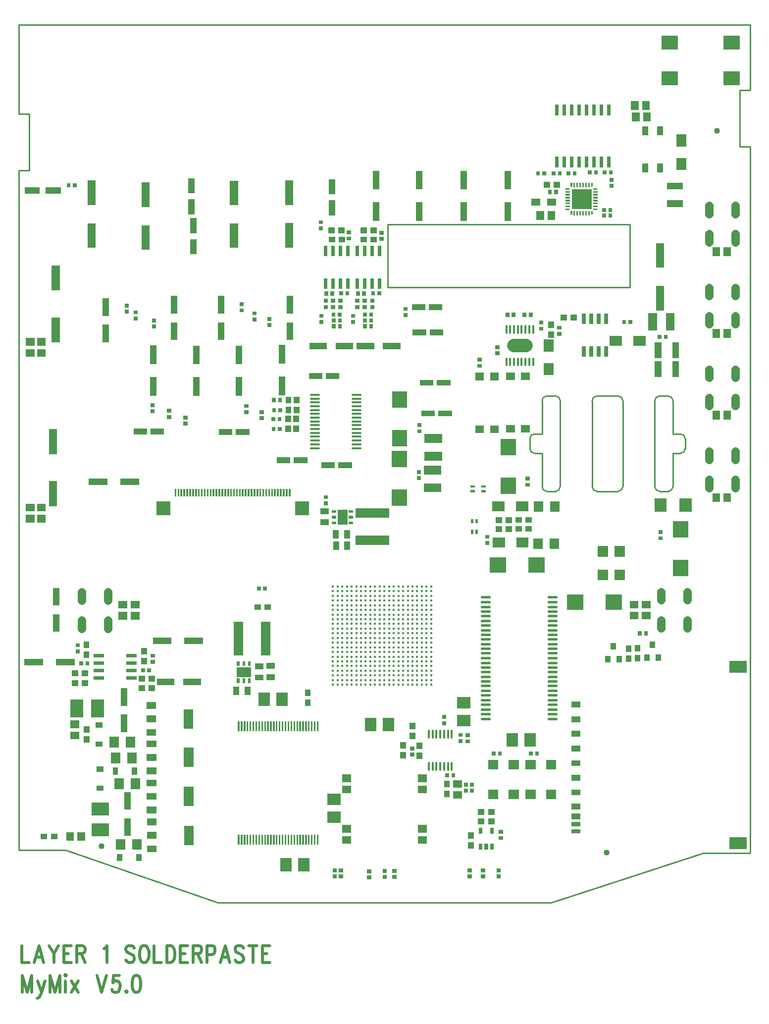
<source format=gbr>
*
*
G04 PADS Layout (Build Number 2006.45.1) generated Gerber (RS-274-X) file*
G04 PC Version=2.1*
*
%IN "MyMix V5.0_01.pcb"*%
*
%MOIN*%
*
%FSLAX35Y35*%
*
*
*
*
G04 PC Standard Apertures*
*
*
G04 Thermal Relief Aperture macro.*
%AMTER*
1,1,$1,0,0*
1,0,$1-$2,0,0*
21,0,$3,$4,0,0,45*
21,0,$3,$4,0,0,135*
%
*
*
G04 Annular Aperture macro.*
%AMANN*
1,1,$1,0,0*
1,0,$2,0,0*
%
*
*
G04 Odd Aperture macro.*
%AMODD*
1,1,$1,0,0*
1,0,$1-0.005,0,0*
%
*
*
G04 PC Custom Aperture Macros*
*
*
*
*
*
*
G04 PC Aperture Table*
*
%ADD010C,0.01*%
%ADD018R,0.04X0.04*%
%ADD019R,0.024X0.024*%
%ADD022C,0.014*%
%ADD026R,0.076X0.076*%
%ADD027R,0.102X0.102*%
%ADD028C,0.012*%
%ADD030C,0.02*%
%ADD037C,0.04*%
%ADD044R,0.064X0.064*%
%ADD054C,0.016*%
%ADD061R,0.036X0.036*%
%ADD071R,0.046X0.046*%
%ADD092R,0.045X0.045*%
%ADD094R,0.01181X0.01181*%
%ADD095R,0.02362X0.02362*%
%ADD100R,0.05512X0.05512*%
%ADD102R,0.025X0.025*%
%ADD108C,0.09*%
%ADD112R,0.05118X0.05118*%
%ADD113R,0.03937X0.03937*%
%ADD114R,0.06299X0.06299*%
%ADD119R,0.0689X0.0689*%
%ADD121R,0.08268X0.08268*%
%ADD126R,0.05906X0.05906*%
%ADD138R,0.06693X0.06693*%
%ADD139R,0.011X0.011*%
%ADD140R,0.136X0.136*%
%ADD145R,0.01772X0.01772*%
%ADD149R,0.09449X0.09449*%
%ADD150R,0.09449X0.09449*%
%ADD153R,0.04528X0.04528*%
%ADD154R,0.065X0.065*%
%ADD156R,0.03937X0.03937*%
%ADD161R,0.08661X0.08661*%
%ADD167R,0.04331X0.04331*%
%ADD168C,0.05512*%
%ADD172R,0.02756X0.02756*%
%ADD173R,0.07874X0.07874*%
%ADD175R,0.01575X0.01575*%
%ADD180R,0.02559X0.02559*%
*
*
*
*
G04 PC Copper Outlines (0)*
G04 Layer Name MyMix V5.0_01.pcb - dark (0)*
%LPD*%
*
*
G04 PC Area=Custom_Thermal*
*
G04 PC Custom Flashes*
G04 Layer Name MyMix V5.0_01.pcb - flashes*
%LPD*%
*
*
G04 PC Circuitry*
G04 Layer Name MyMix V5.0_01.pcb - circuitry*
%LPD*%
*
G54D10*
G01X200000Y790551D02*
X692126D01*
Y746600*
X685126*
Y708600*
X692126*
Y233465*
X684094*
X660630*
X558268Y200000*
X333860*
X231500Y235430*
X200000*
Y692600*
X207000*
Y730600*
X200000*
Y790551*
X448300Y614173D02*
X611200D01*
Y656500*
X448300*
Y614173*
X588891Y540912D02*
G75*
G03X585801Y537822I0J-3090D01*
G01X588891Y540912D02*
X603310D01*
X606423Y537799D02*
G03X603310Y540912I-3113J0D01*
G01X606423Y537799D02*
Y479945D01*
X603288Y476810D02*
G03X606423Y479945I0J3135D01*
G01X603288Y476810D02*
X588894D01*
X585801Y479903D02*
G03X588894Y476810I3093J0D01*
G01X585801Y479903D02*
Y537822D01*
X631050Y540912D02*
G03X627950Y537812I-0J-3100D01*
G01Y479901*
G03X631041Y476810I3091J0*
G01X637059*
G03X640159Y479910I-0J3100*
G01Y502360*
X645273*
G03X648373Y505460I-0J3100*
G01Y512262*
G03X645273Y515362I-3100J-0*
G01X640159*
Y537812*
G03X637059Y540912I-3100J0*
G01X631050*
X552065Y479910D02*
G03X555165Y476810I3100J-0D01*
G01X561174*
G03X564274Y479910I-0J3100*
G01Y537812*
G03X561174Y540912I-3100J-0*
G01X555165*
G03X552065Y537812I-0J-3100*
G01Y515362*
X546951*
G03X543851Y512262I-0J-3100*
G01Y505460*
G03X546951Y502360I3100J-0*
G01X552065*
Y479910*
G54D18*
X621496Y695433D02*
Y693433D01*
X631496Y695433D02*
Y693433D01*
Y720433D02*
Y718433D01*
X621496Y720433D02*
Y718433D01*
G54D19*
X251414Y366282D02*
X256014D01*
X251414Y361282D02*
X256014D01*
X251414Y356282D02*
X256014D01*
X251414Y351282D02*
X256014D01*
X273414D02*
X278014D01*
X273414Y356282D02*
X278014D01*
X273414Y361282D02*
X278014D01*
X273414Y366282D02*
X278014D01*
X406300Y614159D02*
Y618759D01*
X411300Y614159D02*
Y618759D01*
X416300Y614159D02*
Y618759D01*
X421300Y614159D02*
Y618759D01*
Y636159D02*
Y640759D01*
X416300Y636159D02*
Y640759D01*
X411300Y636159D02*
Y640759D01*
X406300Y636159D02*
Y640759D01*
X427800Y614159D02*
Y618759D01*
X432800Y614159D02*
Y618759D01*
X437800Y614159D02*
Y618759D01*
X442800Y614159D02*
Y618759D01*
Y636159D02*
Y640759D01*
X437800Y636159D02*
Y640759D01*
X432800Y636159D02*
Y640759D01*
X427800Y636159D02*
Y640759D01*
X595200Y595159D02*
Y590559D01*
X590200Y595159D02*
Y590559D01*
X585200Y595159D02*
Y590559D01*
X580200Y595159D02*
Y590559D01*
Y573159D02*
Y568559D01*
X585200Y573159D02*
Y568559D01*
X590200Y573159D02*
Y568559D01*
X595200Y573159D02*
Y568559D01*
G54D22*
X401800Y541659D02*
X396400D01*
X401800Y539159D02*
X396400D01*
X401800Y536559D02*
X396400D01*
X401800Y534059D02*
X396400D01*
X401800Y531459D02*
X396400D01*
X401800Y528859D02*
X396400D01*
X401800Y526359D02*
X396400D01*
X401800Y523759D02*
X396400D01*
X401800Y521259D02*
X396400D01*
X401800Y518659D02*
X396400D01*
X401800Y516059D02*
X396400D01*
X401800Y513559D02*
X396400D01*
X401800Y510959D02*
X396400D01*
X401800Y508459D02*
X396400D01*
X401800Y505659D02*
X396400D01*
X429800D02*
X424400D01*
X429800Y508459D02*
X424400D01*
X429800Y511059D02*
X424400D01*
X429800Y513559D02*
X424400D01*
X429800Y516059D02*
X424400D01*
X429800Y518659D02*
X424400D01*
X429800Y521259D02*
X424400D01*
X429800Y523759D02*
X424400D01*
X429800Y526359D02*
X424400D01*
X429800Y528859D02*
X424400D01*
X429800Y531459D02*
X424400D01*
X429800Y534059D02*
X424400D01*
X429800Y536559D02*
X424400D01*
X429800Y539159D02*
X424400D01*
X429800Y541659D02*
X424400D01*
G54D26*
X544100Y310359D02*
Y308959D01*
X532100Y310359D02*
Y308959D01*
X412848Y257508D02*
X411448D01*
X412848Y269508D02*
X411448D01*
X379546Y224808D02*
Y226208D01*
X391546Y224808D02*
Y226208D01*
X436700Y319259D02*
Y320659D01*
X448700Y319259D02*
Y320659D01*
X499988Y322588D02*
X498588D01*
X499988Y334588D02*
X498588D01*
X377086Y337448D02*
Y336048D01*
X365086Y337448D02*
Y336048D01*
G54D27*
X456021Y471989D02*
Y472789D01*
Y497989D02*
Y498789D01*
X456107Y511989D02*
Y512789D01*
Y537989D02*
Y538789D01*
X548688Y427088D02*
X547888D01*
X522688D02*
X521888D01*
X529288Y480188D02*
Y480988D01*
Y506188D02*
Y506988D01*
X645288Y451488D02*
Y450688D01*
Y425488D02*
Y424688D01*
X600688Y402088D02*
X599888D01*
X574688D02*
X573888D01*
G54D28*
X491300Y311159D02*
Y315759D01*
X488700Y311159D02*
Y315759D01*
X486200Y311159D02*
Y315759D01*
X483600Y311159D02*
Y315759D01*
X481000Y311159D02*
Y315759D01*
X478500Y311159D02*
Y315759D01*
X475900Y311159D02*
Y315759D01*
Y289359D02*
Y293959D01*
X478500Y289359D02*
Y293959D01*
X481000Y289359D02*
Y293959D01*
X483600Y289359D02*
Y293959D01*
X486200Y289359D02*
Y293959D01*
X488700Y289359D02*
Y293959D01*
X491300Y289359D02*
Y293959D01*
X528029Y566178D02*
Y561578D01*
X530629Y566178D02*
Y561578D01*
X533229Y566178D02*
Y561578D01*
X535729Y566178D02*
Y561578D01*
X538329Y566178D02*
Y561578D01*
X540829Y566178D02*
Y561578D01*
X543429Y566178D02*
Y561578D01*
X546029Y566178D02*
Y561578D01*
Y587978D02*
Y583378D01*
X543429Y587978D02*
Y583378D01*
X540829Y587978D02*
Y583378D01*
X538329Y587978D02*
Y583378D01*
X535729Y587978D02*
Y583378D01*
X533229Y587978D02*
Y583378D01*
X530629Y587978D02*
Y583378D01*
X528029Y587978D02*
Y583378D01*
G54D30*
X202288Y151072D02*
Y139588D01*
Y151072D02*
X205470Y139588D01*
X208652Y151072D02*
X205470Y139588D01*
X208652Y151072D02*
Y139588D01*
X212629Y147244D02*
X215015Y139588D01*
X217402Y147244D02*
X215015Y139588D01*
X214220Y137400*
X214220D02*
X213424Y136307D01*
X212629Y135760*
X212231*
X220981Y151072D02*
Y139588D01*
Y151072D02*
X224163Y139588D01*
X227345Y151072D02*
X224163Y139588D01*
X227345Y151072D02*
Y139588D01*
X230924Y151072D02*
X231322Y150525D01*
X231322D02*
X231720Y151072D01*
X231322Y151619*
X230924Y151072*
X231322Y147244D02*
Y139588D01*
X235299Y147244D02*
X239674Y139588D01*
Y147244D02*
X235299Y139588D01*
X252402Y151072D02*
X255583Y139588D01*
X258765Y151072D02*
X255583Y139588D01*
X267515Y151072D02*
X263538D01*
X263140Y146150*
X263140D02*
X263538Y146697D01*
X264731Y147244*
X265924*
X267118Y146697*
X267913Y145604*
X268311Y143963*
X267913Y142869*
X267515Y141229*
X266720Y140135*
X265527Y139588*
X264333*
X263140Y140135*
X262743Y140682*
X262345Y141775*
X272288Y140682D02*
X271890Y140135D01*
X272288Y139588*
X272686Y140135*
X272288Y140682*
X278652Y151072D02*
X277458Y150525D01*
X277458D02*
X276663Y148885D01*
X276265Y146150*
X276265D02*
Y144510D01*
X276663Y141775*
X276663D02*
X277458Y140135D01*
X278652Y139588*
X279447*
X280640Y140135*
X281436Y141775*
X281436D02*
X281833Y144510D01*
Y146150*
X281833D02*
X281436Y148885D01*
X280640Y150525*
X280640D02*
X279447Y151072D01*
X278652*
X201899Y171136D02*
Y159652D01*
X206672*
X213433Y171136D02*
X210251Y159652D01*
X213433Y171136D02*
X216615Y159652D01*
X211444Y163480D02*
X215422D01*
X220194Y171136D02*
X223376Y165668D01*
Y159652*
X226558Y171136D02*
X223376Y165668D01*
X230138Y171136D02*
Y159652D01*
Y171136D02*
X235308D01*
X230138Y165668D02*
X233319D01*
X230138Y159652D02*
X235308D01*
X238888Y171136D02*
Y159652D01*
Y171136D02*
X242467D01*
X243660Y170589*
X243660D02*
X244058Y170043D01*
X244456Y168949*
Y167855*
X244058Y166761*
X243660Y166214*
X243660D02*
X242467Y165668D01*
X238888*
X241672D02*
X244456Y159652D01*
X257183Y168949D02*
X257979Y169496D01*
X259172Y171136*
Y159652*
X277467Y169496D02*
X276672Y170589D01*
X276672D02*
X275479Y171136D01*
X273888*
X272694Y170589*
X272694D02*
X271899Y169496D01*
Y168402*
X272297Y167308*
X272694Y166761*
X273490Y166214*
X273490D02*
X275876Y165121D01*
X276672Y164574*
X277069Y164027*
X277467Y162933*
Y161293*
X276672Y160199*
X275479Y159652*
X273888*
X272694Y160199*
X271899Y161293*
X283433Y171136D02*
X282638Y170589D01*
X282638D02*
X281842Y169496D01*
X281444Y168402*
X281047Y166761*
Y164027*
X281444Y162386*
X281842Y161293*
X282638Y160199*
X283433Y159652*
X285024*
X285819Y160199*
X286615Y161293*
X287013Y162386*
X287410Y164027*
Y166761*
X287013Y168402*
X286615Y169496*
X285819Y170589*
X285819D02*
X285024Y171136D01*
X283433*
X290990D02*
Y159652D01*
X295763*
X299342Y171136D02*
Y159652D01*
Y171136D02*
X302126D01*
X303319Y170589*
X303319D02*
X304115Y169496D01*
X304513Y168402*
X304910Y166761*
Y164027*
X304513Y162386*
X304115Y161293*
X303319Y160199*
X302126Y159652*
X299342*
X308490Y171136D02*
Y159652D01*
Y171136D02*
X313660D01*
X308490Y165668D02*
X311672D01*
X308490Y159652D02*
X313660D01*
X317240Y171136D02*
Y159652D01*
Y171136D02*
X320819D01*
X322013Y170589*
X322013D02*
X322410Y170043D01*
X322808Y168949*
Y167855*
X322410Y166761*
X322013Y166214*
X322013D02*
X320819Y165668D01*
X317240*
X320024D02*
X322808Y159652D01*
X326388Y171136D02*
Y159652D01*
Y171136D02*
X329967D01*
X331160Y170589*
X331160D02*
X331558Y170043D01*
X331956Y168949*
Y167308*
X331558Y166214*
X331558D02*
X331160Y165668D01*
X329967Y165121*
X326388*
X338717Y171136D02*
X335535Y159652D01*
X338717Y171136D02*
X341899Y159652D01*
X336729Y163480D02*
X340706D01*
X351047Y169496D02*
X350251Y170589D01*
X350251D02*
X349058Y171136D01*
X347467*
X346274Y170589*
X346274D02*
X345479Y169496D01*
Y168402*
X345876Y167308*
X346274Y166761*
X347069Y166214*
X347069D02*
X349456Y165121D01*
X350251Y164574*
X350649Y164027*
X351047Y162933*
Y161293*
X350251Y160199*
X349058Y159652*
X347467*
X346274Y160199*
X345479Y161293*
X357410Y171136D02*
Y159652D01*
X354626Y171136D02*
X360194D01*
X363774D02*
Y159652D01*
Y171136D02*
X368944D01*
X363774Y165668D02*
X366956D01*
X363774Y159652D02*
X368944D01*
G54D37*
X669682Y719240D03*
X595455Y233541D03*
X255342Y238097D03*
G54D44*
X557900Y272859D02*
X558300D01*
X557900Y292859D02*
X558300D01*
X544100D02*
X544500D01*
X544100Y272859D02*
X544500D01*
X532829Y272788D02*
X533229D01*
X532829Y292788D02*
X533229D01*
X519029D02*
X519429D01*
X519029Y272788D02*
X519429D01*
G54D54*
X516600Y405559D02*
X511400D01*
X516600Y402359D02*
X511400D01*
X516600Y399159D02*
X511400D01*
X516600Y396059D02*
X511400D01*
X516600Y392959D02*
X511400D01*
X516600Y389759D02*
X511400D01*
X516600Y386659D02*
X511400D01*
X516600Y383459D02*
X511400D01*
X516600Y380359D02*
X511400D01*
X516600Y377259D02*
X511400D01*
X516600Y374059D02*
X511400D01*
X516600Y370959D02*
X511400D01*
X516600Y367859D02*
X511400D01*
X516600Y364659D02*
X511400D01*
X516600Y361459D02*
X511400D01*
X516600Y358359D02*
X511400D01*
X516600Y355259D02*
X511400D01*
X516600Y352059D02*
X511400D01*
X516600Y348959D02*
X511400D01*
X516600Y345859D02*
X511400D01*
X516600Y342659D02*
X511400D01*
X516600Y339559D02*
X511400D01*
X516600Y336359D02*
X511400D01*
X516600Y333259D02*
X511400D01*
X516600Y330059D02*
X511400D01*
X516600Y326959D02*
X511400D01*
X516600Y323759D02*
X511400D01*
X561600D02*
X556400D01*
X561600Y326959D02*
X556400D01*
X561600Y330159D02*
X556400D01*
X561600Y333259D02*
X556400D01*
X561600Y336359D02*
X556400D01*
X561600Y339559D02*
X556400D01*
X561600Y342659D02*
X556400D01*
X561600Y345859D02*
X556400D01*
X561600Y348959D02*
X556400D01*
X561600Y352059D02*
X556400D01*
X561600Y355259D02*
X556400D01*
X561600Y358359D02*
X556400D01*
X561600Y361459D02*
X556400D01*
X561600Y364659D02*
X556400D01*
X561600Y367859D02*
X556400D01*
X561600Y370959D02*
X556400D01*
X561600Y374059D02*
X556400D01*
X561600Y377259D02*
X556400D01*
X561600Y380359D02*
X556400D01*
X561600Y383459D02*
X556400D01*
X561600Y386659D02*
X556400D01*
X561600Y389759D02*
X556400D01*
X561600Y392959D02*
X556400D01*
X561600Y396059D02*
X556400D01*
X561600Y399159D02*
X556400D01*
X561600Y402359D02*
X556400D01*
X561600Y405559D02*
X556400D01*
X477430Y412730D03*
Y409580D03*
Y406431D03*
Y403281D03*
Y400131D03*
Y396982D03*
Y393832D03*
Y390683D03*
Y387533D03*
Y384383D03*
Y381234D03*
Y378084D03*
Y374935D03*
Y371785D03*
Y368635D03*
Y365486D03*
Y362336D03*
Y359187D03*
Y356037D03*
Y352887D03*
Y349738D03*
Y346588D03*
X474280Y412730D03*
Y409580D03*
Y406431D03*
Y403281D03*
Y400131D03*
Y396982D03*
Y393832D03*
Y390683D03*
Y387533D03*
Y384383D03*
Y381234D03*
Y378084D03*
Y374935D03*
Y371785D03*
Y368635D03*
Y365486D03*
Y362336D03*
Y359187D03*
Y356037D03*
Y352887D03*
Y349738D03*
Y346588D03*
X471131Y412730D03*
Y409580D03*
Y406431D03*
Y403281D03*
Y400131D03*
Y396982D03*
Y393832D03*
Y390683D03*
Y387533D03*
Y384383D03*
Y381234D03*
Y378084D03*
Y374935D03*
Y371785D03*
Y368635D03*
Y365486D03*
Y362336D03*
Y359187D03*
Y356037D03*
Y352887D03*
Y349738D03*
Y346588D03*
X467981Y412730D03*
Y409580D03*
Y406431D03*
Y403281D03*
Y400131D03*
Y396982D03*
Y393832D03*
Y390683D03*
Y387533D03*
Y384383D03*
Y381234D03*
Y378084D03*
Y374935D03*
Y371785D03*
Y368635D03*
Y365486D03*
Y362336D03*
Y359187D03*
Y356037D03*
Y352887D03*
Y349738D03*
Y346588D03*
X464831Y412730D03*
Y409580D03*
Y406431D03*
Y403281D03*
Y400131D03*
Y396982D03*
Y393832D03*
Y390683D03*
Y387533D03*
Y384383D03*
Y381234D03*
Y378084D03*
Y374935D03*
Y371785D03*
Y368635D03*
Y365486D03*
Y362336D03*
Y359187D03*
Y356037D03*
Y352887D03*
Y349738D03*
Y346588D03*
X461682Y412730D03*
Y409580D03*
Y406431D03*
Y403281D03*
Y400131D03*
Y396982D03*
Y393832D03*
Y390683D03*
Y387533D03*
Y384383D03*
Y381234D03*
Y378084D03*
Y374935D03*
Y371785D03*
Y368635D03*
Y365486D03*
Y362336D03*
Y359187D03*
Y356037D03*
Y352887D03*
Y349738D03*
Y346588D03*
X458532Y412730D03*
Y409580D03*
Y406431D03*
Y403281D03*
Y400131D03*
Y396982D03*
Y393832D03*
Y390683D03*
Y387533D03*
Y384383D03*
Y381234D03*
Y378084D03*
Y374935D03*
Y371785D03*
Y368635D03*
Y365486D03*
Y362336D03*
Y359187D03*
Y356037D03*
Y352887D03*
Y349738D03*
Y346588D03*
X455383Y412730D03*
Y409580D03*
Y406431D03*
Y403281D03*
Y400131D03*
Y396982D03*
Y393832D03*
Y390683D03*
Y387533D03*
Y384383D03*
Y381234D03*
Y378084D03*
Y374935D03*
Y371785D03*
Y368635D03*
Y365486D03*
Y362336D03*
Y359187D03*
Y356037D03*
Y352887D03*
Y349738D03*
Y346588D03*
X452233Y412730D03*
Y409580D03*
Y406431D03*
Y403281D03*
Y400131D03*
Y396982D03*
Y393832D03*
Y390683D03*
Y387533D03*
Y384383D03*
Y381234D03*
Y378084D03*
Y374935D03*
Y371785D03*
Y368635D03*
Y365486D03*
Y362336D03*
Y359187D03*
Y356037D03*
Y352887D03*
Y349738D03*
Y346588D03*
X449083Y412730D03*
Y409580D03*
Y406431D03*
Y403281D03*
Y400131D03*
Y396982D03*
Y393832D03*
Y390683D03*
Y387533D03*
Y384383D03*
Y381234D03*
Y378084D03*
Y374935D03*
Y371785D03*
Y368635D03*
Y365486D03*
Y362336D03*
Y359187D03*
Y356037D03*
Y352887D03*
Y349738D03*
Y346588D03*
X445934Y412730D03*
Y409580D03*
Y406431D03*
Y403281D03*
Y400131D03*
Y396982D03*
Y393832D03*
Y390683D03*
Y387533D03*
Y384383D03*
Y381234D03*
Y378084D03*
Y374935D03*
Y371785D03*
Y368635D03*
Y365486D03*
Y362336D03*
Y359187D03*
Y356037D03*
Y352887D03*
Y349738D03*
Y346588D03*
X442784Y412730D03*
Y409580D03*
Y406431D03*
Y403281D03*
Y400131D03*
Y396982D03*
Y393832D03*
Y390683D03*
Y387533D03*
Y384383D03*
Y381234D03*
Y378084D03*
Y374935D03*
Y371785D03*
Y368635D03*
Y365486D03*
Y362336D03*
Y359187D03*
Y356037D03*
Y352887D03*
Y349738D03*
Y346588D03*
X439635Y412730D03*
Y409580D03*
Y406431D03*
Y403281D03*
Y400131D03*
Y396982D03*
Y393832D03*
Y390683D03*
Y387533D03*
Y384383D03*
Y381234D03*
Y378084D03*
Y374935D03*
Y371785D03*
Y368635D03*
Y365486D03*
Y362336D03*
Y359187D03*
Y356037D03*
Y352887D03*
Y349738D03*
Y346588D03*
X436485Y412730D03*
Y409580D03*
Y406431D03*
Y403281D03*
Y400131D03*
Y396982D03*
Y393832D03*
Y390683D03*
Y387533D03*
Y384383D03*
Y381234D03*
Y378084D03*
Y374935D03*
Y371785D03*
Y368635D03*
Y365486D03*
Y362336D03*
Y359187D03*
Y356037D03*
Y352887D03*
Y349738D03*
Y346588D03*
X433335Y412730D03*
Y409580D03*
Y406431D03*
Y403281D03*
Y400131D03*
Y396982D03*
Y393832D03*
Y390683D03*
Y387533D03*
Y384383D03*
Y381234D03*
Y378084D03*
Y374935D03*
Y371785D03*
Y368635D03*
Y365486D03*
Y362336D03*
Y359187D03*
Y356037D03*
Y352887D03*
Y349738D03*
Y346588D03*
X430186Y412730D03*
Y409580D03*
Y406431D03*
Y403281D03*
Y400131D03*
Y396982D03*
Y393832D03*
Y390683D03*
Y387533D03*
Y384383D03*
Y381234D03*
Y378084D03*
Y374935D03*
Y371785D03*
Y368635D03*
Y365486D03*
Y362336D03*
Y359187D03*
Y356037D03*
Y352887D03*
Y349738D03*
Y346588D03*
X427036Y412730D03*
Y409580D03*
Y406431D03*
Y403281D03*
Y400131D03*
Y396982D03*
Y393832D03*
Y390683D03*
Y387533D03*
Y384383D03*
Y381234D03*
Y378084D03*
Y374935D03*
Y371785D03*
Y368635D03*
Y365486D03*
Y362336D03*
Y359187D03*
Y356037D03*
Y352887D03*
Y349738D03*
Y346588D03*
X423887Y412730D03*
Y409580D03*
Y406431D03*
Y403281D03*
Y400131D03*
Y396982D03*
Y393832D03*
Y390683D03*
Y387533D03*
Y384383D03*
Y381234D03*
Y378084D03*
Y374935D03*
Y371785D03*
Y368635D03*
Y365486D03*
Y362336D03*
Y359187D03*
Y356037D03*
Y352887D03*
Y349738D03*
Y346588D03*
X420737Y412730D03*
Y409580D03*
Y406431D03*
Y403281D03*
Y400131D03*
Y396982D03*
Y393832D03*
Y390683D03*
Y387533D03*
Y384383D03*
Y381234D03*
Y378084D03*
Y374935D03*
Y371785D03*
Y368635D03*
Y365486D03*
Y362336D03*
Y359187D03*
Y356037D03*
Y352887D03*
Y349738D03*
Y346588D03*
X417587Y412730D03*
Y409580D03*
Y406431D03*
Y403281D03*
Y400131D03*
Y396982D03*
Y393832D03*
Y390683D03*
Y387533D03*
Y384383D03*
Y381234D03*
Y378084D03*
Y374935D03*
Y371785D03*
Y368635D03*
Y365486D03*
Y362336D03*
Y359187D03*
Y356037D03*
Y352887D03*
Y349738D03*
Y346588D03*
X414438Y412730D03*
Y409580D03*
Y406431D03*
Y403281D03*
Y400131D03*
Y396982D03*
Y393832D03*
Y390683D03*
Y387533D03*
Y384383D03*
Y381234D03*
Y378084D03*
Y374935D03*
Y371785D03*
Y368635D03*
Y365486D03*
Y362336D03*
Y359187D03*
Y356037D03*
Y352887D03*
Y349738D03*
Y346588D03*
X411288Y412730D03*
Y409580D03*
Y406431D03*
Y403281D03*
Y400131D03*
Y396982D03*
Y393832D03*
Y390683D03*
Y387533D03*
Y384383D03*
Y381234D03*
Y378084D03*
Y374935D03*
Y371785D03*
Y368635D03*
Y365486D03*
Y362336D03*
Y359187D03*
Y356037D03*
Y352887D03*
Y349738D03*
Y346588D03*
G54D61*
X253200Y319609D02*
X254400D01*
X253200Y306709D02*
X254400D01*
X277750Y289159D02*
Y287959D01*
X264850Y289159D02*
Y287959D01*
X280650Y230959D02*
Y229759D01*
X267750Y230959D02*
Y229759D01*
X255200Y277009D02*
X254000D01*
X255200Y289909D02*
X254000D01*
X622617Y364500D02*
Y365100D01*
X630217Y364500D02*
Y365100D01*
X626417Y373300D02*
Y373900D01*
X596317Y363500D02*
Y364100D01*
X603917Y363500D02*
Y364100D01*
X600117Y372300D02*
Y372900D01*
G54D71*
X559300Y671459D02*
X557700D01*
X548700D02*
X547100D01*
G54D92*
X288153Y306864D02*
X290153D01*
X288153Y297764D02*
X290153D01*
X288153Y288664D02*
X290153D01*
X288300Y254404D02*
X290300D01*
X288300Y245304D02*
X290300D01*
X288300Y236204D02*
X290300D01*
X288225Y280564D02*
X290225D01*
X288225Y271464D02*
X290225D01*
X288225Y262364D02*
X290225D01*
X287981Y332741D02*
X289981D01*
X287981Y323641D02*
X289981D01*
X287981Y314541D02*
X289981D01*
G54D94*
X305314Y474095D02*
Y477638D01*
X307283Y474095D02*
Y477638D01*
X309251Y474095D02*
Y477638D01*
X311220Y474095D02*
Y477638D01*
X313188Y474095D02*
Y477638D01*
X315157Y474095D02*
Y477638D01*
X317125Y474095D02*
Y477638D01*
X319094Y474095D02*
Y477638D01*
X321062Y474095D02*
Y477638D01*
X323031Y474095D02*
Y477638D01*
X324999Y474095D02*
Y477638D01*
X326968Y474095D02*
Y477638D01*
X328936Y474095D02*
Y477638D01*
X330905Y474095D02*
Y477638D01*
X332873Y474095D02*
Y477638D01*
X334842Y474095D02*
Y477638D01*
X336810Y474095D02*
Y477638D01*
X338779Y474095D02*
Y477638D01*
X340747Y474095D02*
Y477638D01*
X342716Y474095D02*
Y477638D01*
X344684Y474095D02*
Y477638D01*
X346653Y474095D02*
Y477638D01*
X348621Y474095D02*
Y477638D01*
X350590Y474095D02*
Y477638D01*
X352558Y474095D02*
Y477638D01*
X354527Y474095D02*
Y477638D01*
X356495Y474095D02*
Y477638D01*
X358464Y474095D02*
Y477638D01*
X360432Y474095D02*
Y477638D01*
X362401Y474095D02*
Y477638D01*
X364369Y474095D02*
Y477638D01*
X366338Y474095D02*
Y477638D01*
X368306Y474095D02*
Y477638D01*
X370275Y474095D02*
Y477638D01*
X372243Y474095D02*
Y477638D01*
X374212Y474095D02*
Y477638D01*
X376180Y474095D02*
Y477638D01*
X378149Y474095D02*
Y477638D01*
X380117Y474095D02*
Y477638D01*
X382086Y474095D02*
Y477638D01*
G54D95*
X510760Y238530D02*
Y236758D01*
X514500Y238530D02*
Y236758D01*
X518240Y238530D02*
Y236758D01*
Y249160D02*
Y247388D01*
X510760Y249160D02*
Y247388D01*
G54D100*
X248823Y683141D02*
Y672117D01*
Y654401D02*
Y643377D01*
X381836Y683241D02*
Y672217D01*
Y654501D02*
Y643477D01*
X344738Y683041D02*
Y672017D01*
Y654301D02*
Y643277D01*
X285151Y681774D02*
Y670750D01*
Y653034D02*
Y642010D01*
X631456Y601230D02*
Y612254D01*
Y629970D02*
Y640994D01*
X224600Y626087D02*
Y614670D01*
Y591048D02*
Y579631D01*
X222768Y515926D02*
Y504509D01*
Y480887D02*
Y469470D01*
G54D102*
X562026Y695840D02*
Y700840D01*
X567026Y695840D02*
Y700840D01*
X572026Y695840D02*
Y700840D01*
X577026Y695840D02*
Y700840D01*
X582026Y695840D02*
Y700840D01*
X587026Y695840D02*
Y700840D01*
X592026Y695840D02*
Y700840D01*
X597026Y695840D02*
Y700840D01*
Y730840D02*
Y735840D01*
X592026Y730840D02*
Y735840D01*
X587026Y730840D02*
Y735840D01*
X582026Y730840D02*
Y735840D01*
X577026Y730840D02*
Y735840D01*
X572026Y730840D02*
Y735840D01*
X567026Y730840D02*
Y735840D01*
X562026Y730840D02*
Y735840D01*
G54D108*
X541279Y574878D02*
X532779D01*
G54D112*
X550860Y662065D02*
Y662853D01*
X558340Y662065D02*
Y662853D01*
X615160Y728265D02*
Y729053D01*
X622640Y728265D02*
Y729053D01*
X614460Y735865D02*
Y736653D01*
X621940Y735865D02*
Y736653D01*
X494806Y279899D02*
X495594D01*
X494806Y272419D02*
X495594D01*
X269486Y400499D02*
X270274D01*
X269486Y393019D02*
X270274D01*
X215394Y569838D02*
X214606D01*
X215394Y577318D02*
X214606D01*
X207894Y569838D02*
X207106D01*
X207894Y577318D02*
X207106D01*
X207894Y458343D02*
X207106D01*
X207894Y465823D02*
X207106D01*
X215394Y458343D02*
X214606D01*
X215394Y465823D02*
X214606D01*
X420894Y242260D02*
X420106D01*
X420894Y249740D02*
X420106D01*
X471894Y242260D02*
X471106D01*
X471894Y249740D02*
X471106D01*
X420106Y283740D02*
X420894D01*
X420106Y276260D02*
X420894D01*
X471106Y283740D02*
X471894D01*
X471106Y276260D02*
X471894D01*
X676740Y472953D02*
Y472165D01*
X669260Y472953D02*
Y472165D01*
X676740Y528353D02*
Y527565D01*
X669260Y528353D02*
Y527565D01*
X676740Y583453D02*
Y582665D01*
X669260Y583453D02*
Y582665D01*
X676740Y638453D02*
Y637665D01*
X669260Y638453D02*
Y637665D01*
X614394Y393119D02*
X613606D01*
X614394Y400599D02*
X613606D01*
X621826D02*
X622614D01*
X621826Y393119D02*
X622614D01*
X278494Y393019D02*
X277706D01*
X278494Y400499D02*
X277706D01*
X237994Y312519D02*
X237206D01*
X237994Y319999D02*
X237206D01*
X241882Y244912D02*
Y244124D01*
X234402Y244912D02*
Y244124D01*
X519581Y553966D02*
X520369D01*
X509581D02*
X510369D01*
X509581Y518532D02*
X510369D01*
X519581D02*
X520369D01*
X531139Y518780D02*
X530352D01*
X541139D02*
X540352D01*
X541139Y554214D02*
X540352D01*
X531139D02*
X530352D01*
G54D113*
X245359Y366625D02*
Y367018D01*
Y373318D02*
Y373711D01*
X284294Y362298D02*
Y362692D01*
Y368991D02*
Y369384D01*
X394308Y334323D02*
Y334716D01*
Y341016D02*
Y341409D01*
X360394Y398876D02*
X360787D01*
X367087D02*
X367480D01*
X406697Y455919D02*
X404925D01*
X406697Y463399D02*
X404925D01*
X413260Y446973D02*
Y448745D01*
X420740Y446973D02*
Y448745D01*
X413460Y439373D02*
Y441145D01*
X420940Y439373D02*
Y441145D01*
X237489Y354230D02*
X237883D01*
X244182D02*
X244576D01*
X237489Y347626D02*
X237883D01*
X244182D02*
X244576D01*
X289458Y350814D02*
X289064D01*
X282765D02*
X282371D01*
X289458Y344438D02*
X289064D01*
X282765D02*
X282371D01*
X616317Y364257D02*
Y364650D01*
Y370950D02*
Y371343D01*
X610317Y364057D02*
Y364450D01*
Y370750D02*
Y371143D01*
X555057Y683059D02*
X555450D01*
X561750D02*
X562143D01*
X469500Y305802D02*
Y305409D01*
Y299109D02*
Y298716D01*
X488000Y273016D02*
Y273409D01*
Y279709D02*
Y280102D01*
X464800Y319202D02*
Y318809D01*
Y312509D02*
Y312116D01*
X458500Y306202D02*
Y305809D01*
Y299509D02*
Y299116D01*
X370352Y351748D02*
X368580D01*
X370352Y359228D02*
X368580D01*
X386618Y518502D02*
Y518895D01*
Y525195D02*
Y525588D01*
X386760Y531248D02*
Y531642D01*
Y537941D02*
Y538335D01*
X362652Y351548D02*
X360880D01*
X362652Y359028D02*
X360880D01*
X397032Y554359D02*
X402150D01*
X408450D02*
X413568D01*
X392056Y497588D02*
X386938D01*
X380638D02*
X375520D01*
X422068Y494259D02*
X416950D01*
X410650D02*
X405532D01*
X438943Y646159D02*
X438550D01*
X432250D02*
X431857D01*
X417443D02*
X417050D01*
X410750D02*
X410357D01*
X353717Y343480D02*
Y341708D01*
X346237Y343480D02*
Y341708D01*
X472839Y529181D02*
X477957D01*
X484256D02*
X489374D01*
X438943Y652459D02*
X438550D01*
X432250D02*
X431857D01*
X417243D02*
X416850D01*
X410550D02*
X410157D01*
X223710Y244524D02*
X223317D01*
X217017D02*
X216624D01*
X245400Y309789D02*
Y310182D01*
Y316482D02*
Y316875D01*
X295556Y517088D02*
X290438D01*
X284138D02*
X279020D01*
X471833Y549867D02*
X476951D01*
X483251D02*
X488369D01*
X353056Y516588D02*
X347938D01*
X341638D02*
X336520D01*
X381257Y525588D02*
Y525195D01*
Y518895D02*
Y518502D01*
X381305Y538335D02*
Y537941D01*
Y531642D02*
Y531248D01*
X543352Y457513D02*
X542959D01*
X536659D02*
X536266D01*
X543267Y451525D02*
X542874D01*
X536574D02*
X536181D01*
X566557Y593559D02*
X566950D01*
X573250D02*
X573643D01*
X529831Y457343D02*
X529438D01*
X523138D02*
X522745D01*
X529831Y451439D02*
X529438D01*
X523138D02*
X522745D01*
X558130Y589194D02*
Y588800D01*
Y582501D02*
Y582107D01*
X518043Y254559D02*
X517650D01*
X511350D02*
X510957D01*
X518043Y260959D02*
X517650D01*
X511350D02*
X510957D01*
X504100Y245402D02*
Y245009D01*
Y238709D02*
Y238316D01*
X483456Y583688D02*
X478338D01*
X472038D02*
X466920D01*
X482868Y600559D02*
X477750D01*
X471450D02*
X466332D01*
G54D114*
X264988Y296965D02*
Y297753D01*
X276012Y296965D02*
Y297753D01*
X274912Y308453D02*
Y307665D01*
X263888Y308453D02*
Y307665D01*
X268188Y238765D02*
Y239553D01*
X279212Y238765D02*
Y239553D01*
X278412Y280453D02*
Y279665D01*
X267388Y280453D02*
Y279665D01*
X560286Y441982D02*
Y441194D01*
X549262Y441982D02*
Y441194D01*
X549630Y466194D02*
Y466982D01*
X560654Y466194D02*
Y466982D01*
X347576Y369593D02*
Y385735D01*
X366080Y369593D02*
Y385735D01*
X429729Y462311D02*
X445871D01*
X429729Y443807D02*
X445871D01*
G54D119*
X604255Y436488D02*
Y436292D01*
X593035Y436488D02*
Y436292D01*
Y420544D02*
Y420347D01*
X604255Y420544D02*
Y420347D01*
G54D121*
X631823Y467194D02*
Y467982D01*
X648753Y467194D02*
Y467982D01*
G54D126*
X626539Y587959D02*
Y593864D01*
X638350Y587959D02*
Y593864D01*
X481246Y479160D02*
X475340D01*
X481246Y490971D02*
X475340D01*
X475828Y512247D02*
X481734D01*
X475828Y500436D02*
X481734D01*
G54D138*
X645788Y696230D02*
Y697805D01*
Y712175D02*
Y713749D01*
X349691Y355088D02*
X352841D01*
X417700Y460934D02*
Y457784D01*
X618435Y578075D02*
X616860D01*
X602490D02*
X600916D01*
X539646Y442388D02*
X538071D01*
X523701D02*
X522127D01*
X556400Y575717D02*
Y574142D01*
Y559772D02*
Y558198D01*
X521930Y466588D02*
X523505D01*
X537875D02*
X539449D01*
G54D139*
X347854Y239588D02*
Y244988D01*
X349823Y239588D02*
Y244988D01*
X351791Y239588D02*
Y244988D01*
X353760Y239588D02*
Y244988D01*
X355728Y239588D02*
Y244988D01*
X357697Y239588D02*
Y244988D01*
X359665Y239588D02*
Y244988D01*
X361634Y239588D02*
Y244988D01*
X363602Y239588D02*
Y244988D01*
X365571Y239588D02*
Y244988D01*
X367539Y239588D02*
Y244988D01*
X369508Y239588D02*
Y244988D01*
X371476Y239588D02*
Y244988D01*
X373445Y239588D02*
Y244988D01*
X375413Y239588D02*
Y244988D01*
X377382Y239588D02*
Y244988D01*
X379350Y239588D02*
Y244988D01*
X381319Y239588D02*
Y244988D01*
X383287Y239588D02*
Y244988D01*
X385256Y239588D02*
Y244988D01*
X387224Y239588D02*
Y244988D01*
X389193Y239588D02*
Y244988D01*
X391161Y239588D02*
Y244988D01*
X393130Y239588D02*
Y244988D01*
X395098Y239588D02*
Y244988D01*
X397067Y239588D02*
Y244988D01*
X399035Y239588D02*
Y244988D01*
X401004Y239588D02*
Y244988D01*
Y315988D02*
Y321388D01*
X399035Y315988D02*
Y321388D01*
X397067Y315988D02*
Y321388D01*
X395098Y315988D02*
Y321388D01*
X393130Y315988D02*
Y321388D01*
X391161Y315988D02*
Y321388D01*
X389193Y315988D02*
Y321388D01*
X387224Y315988D02*
Y321388D01*
X385256Y315988D02*
Y321388D01*
X383287Y315988D02*
Y321388D01*
X381319Y315988D02*
Y321388D01*
X379350Y315988D02*
Y321388D01*
X377382Y315988D02*
Y321388D01*
X375413Y315988D02*
Y321388D01*
X373445Y315988D02*
Y321388D01*
X371476Y315988D02*
Y321388D01*
X369508Y315988D02*
Y321388D01*
X367539Y315988D02*
Y321388D01*
X365571Y315988D02*
Y321388D01*
X363602Y315988D02*
Y321388D01*
X361634Y315988D02*
Y321388D01*
X359665Y315988D02*
Y321388D01*
X357697Y315988D02*
Y321388D01*
X355728Y315988D02*
Y321388D01*
X353760Y315988D02*
Y321388D01*
X351791Y315988D02*
Y321388D01*
X349823Y315988D02*
Y321388D01*
X347854Y315988D02*
Y321388D01*
X585590Y683652D02*
Y682152D01*
X583621Y683652D02*
Y681752D01*
X581653Y683652D02*
Y681752D01*
X579684Y683652D02*
Y681752D01*
X577716Y683652D02*
Y681752D01*
X575747Y683652D02*
Y681752D01*
X573779Y683652D02*
Y681752D01*
X571810Y683652D02*
Y682152D01*
X568407Y680249D02*
X569907D01*
X568407Y678280D02*
X570307D01*
X568407Y676312D02*
X570307D01*
X568407Y674343D02*
X570307D01*
X568407Y672375D02*
X570307D01*
X568407Y670406D02*
X570307D01*
X568407Y668438D02*
X570307D01*
X568407Y666469D02*
X569907D01*
X571810Y664966D02*
Y663466D01*
X573779Y664966D02*
Y663066D01*
X575747Y664966D02*
Y663066D01*
X577716Y664966D02*
Y663066D01*
X579684Y664966D02*
Y663066D01*
X581653Y664966D02*
Y663066D01*
X583621Y664966D02*
Y663066D01*
X585590Y664966D02*
Y663466D01*
X587093Y666469D02*
X588593D01*
X587093Y668438D02*
X588993D01*
X587093Y670406D02*
X588993D01*
X587093Y672375D02*
X588993D01*
X587093Y674343D02*
X588993D01*
X587093Y676312D02*
X588993D01*
X587093Y678280D02*
X588993D01*
X587093Y680249D02*
X588593D01*
G54D140*
X578700Y673359D03*
G54D145*
X355006Y361486D02*
Y360108D01*
X351266Y361486D02*
Y360108D01*
X347526Y361486D02*
Y360108D01*
Y350068D02*
Y348690D01*
X351266Y350068D02*
Y348690D01*
X355006Y350068D02*
Y348690D01*
X424098Y455619D02*
X422720D01*
X424098Y459359D02*
X422720D01*
X424098Y463099D02*
X422720D01*
X412680D02*
X411302D01*
X412680Y459359D02*
X411302D01*
X412680Y455619D02*
X411302D01*
G54D149*
X680523Y778745D02*
X678949D01*
X638791D02*
X637217D01*
X638791Y754745D02*
X637217D01*
X680523D02*
X678949D01*
G54D150*
X297046Y465237D03*
X390354D03*
G54D153*
X638362Y682126D02*
X644465D01*
X638362Y670315D02*
X644465D01*
X642046Y562163D02*
Y556061D01*
X630234Y562163D02*
Y556061D01*
X642046Y574773D02*
Y568671D01*
X630234Y574773D02*
Y568671D01*
G54D154*
X314153Y301014D02*
Y294514D01*
X314300Y248554D02*
Y242054D01*
X314225Y274714D02*
Y268214D01*
X313981Y326891D02*
Y320391D01*
G54D156*
X575787Y323408D02*
X573819D01*
X575787Y313566D02*
X573819D01*
X575787Y303723D02*
X573819D01*
X575787Y293881D02*
X573819D01*
X575787Y284038D02*
X573819D01*
X575787Y274196D02*
X573819D01*
X575787Y264629D02*
X573819D01*
X575787Y257936D02*
X573819D01*
X575787Y333251D02*
X573819D01*
G54D161*
X252899Y332234D02*
Y329084D01*
X238725Y332234D02*
Y329084D01*
X253176Y263160D02*
X256325D01*
X253176Y248987D02*
X256325D01*
G54D167*
X278564Y483059D02*
X270296D01*
X257304D02*
X249036D01*
X528979Y690323D02*
Y682055D01*
Y669063D02*
Y660795D01*
X499308Y690323D02*
Y682055D01*
Y669063D02*
Y660795D01*
X469377Y690323D02*
Y682055D01*
Y669063D02*
Y660795D01*
X440357Y690323D02*
Y682055D01*
Y669063D02*
Y660795D01*
X235315Y362011D02*
X227047D01*
X214055D02*
X205787D01*
X292197Y376233D02*
X300465D01*
X313457D02*
X321725D01*
X377046Y543679D02*
Y551947D01*
Y564939D02*
Y573207D01*
X290300Y543295D02*
Y551563D01*
Y564555D02*
Y572823D01*
X319200Y543095D02*
Y551363D01*
Y564355D02*
Y572623D01*
X348100Y543095D02*
Y551363D01*
Y564355D02*
Y572623D01*
X316143Y685350D02*
Y679445D01*
Y671177D02*
Y665272D01*
X410635Y684598D02*
Y678693D01*
Y670425D02*
Y664520D01*
X205930Y679346D02*
X211835D01*
X220103D02*
X226008D01*
X317280Y658462D02*
Y652557D01*
Y644289D02*
Y638384D01*
X270757Y316966D02*
Y324446D01*
Y334682D02*
Y342162D01*
X272843Y247146D02*
Y254627D01*
Y264863D02*
Y272343D01*
X454598Y574559D02*
X447118D01*
X436882D02*
X429402D01*
X397502D02*
X404982D01*
X415218D02*
X422698D01*
X295005Y348519D02*
X302485D01*
X312721D02*
X320201D01*
X225119Y409602D02*
Y402122D01*
Y391886D02*
Y384406D01*
X258300Y604457D02*
Y596977D01*
Y586741D02*
Y579261D01*
X304400Y606057D02*
Y598577D01*
Y588341D02*
Y580861D01*
X336000Y606057D02*
Y598577D01*
Y588341D02*
Y580861D01*
X382500Y606057D02*
Y598577D01*
Y588341D02*
Y580861D01*
G54D168*
X632142Y384615D02*
Y390127D01*
Y403591D02*
Y409103D01*
X649858Y384615D02*
Y390127D01*
Y403591D02*
Y409103D01*
X664342Y589335D02*
Y594847D01*
Y608311D02*
Y613823D01*
X682058Y589335D02*
Y594847D01*
Y608311D02*
Y613823D01*
X664342Y644445D02*
Y649957D01*
Y663421D02*
Y668933D01*
X682058Y644445D02*
Y649957D01*
Y663421D02*
Y668933D01*
X242242Y384515D02*
Y390027D01*
Y403491D02*
Y409003D01*
X259958Y384515D02*
Y390027D01*
Y403491D02*
Y409003D01*
X664342Y479095D02*
Y484607D01*
Y498071D02*
Y503583D01*
X682058Y479095D02*
Y484607D01*
Y498071D02*
Y503583D01*
X664342Y534215D02*
Y539727D01*
Y553191D02*
Y558703D01*
X682058Y534215D02*
Y539727D01*
Y553191D02*
Y558703D01*
G54D172*
X576378Y252818D02*
X573228D01*
X576378Y248093D02*
X573228D01*
G54D173*
X686023Y240101D02*
X682087D01*
X686023Y358605D02*
X682087D01*
G54D175*
X504893Y448712D02*
Y450090D01*
X508042Y448712D02*
Y450090D01*
Y455995D02*
Y457373D01*
X504893Y455995D02*
Y457373D01*
X513348Y476906D02*
X511970D01*
X513348Y480056D02*
X511970D01*
X506064D02*
X504686D01*
X506064Y476906D02*
X504686D01*
G54D180*
X512202Y221726D02*
X512398D01*
X512202Y217592D02*
X512398D01*
X503202Y221726D02*
X503398D01*
X503202Y217592D02*
X503398D01*
X444098Y646592D02*
X443902D01*
X444098Y650726D02*
X443902D01*
X422098Y646892D02*
X421902D01*
X422098Y651026D02*
X421902D01*
X239595Y369057D02*
X239399D01*
X239595Y373191D02*
X239399D01*
X241859Y360981D02*
Y361177D01*
X245993Y360981D02*
Y361177D01*
X290080Y362096D02*
X289883D01*
X290080Y366230D02*
X289883D01*
X287526Y356377D02*
Y356180D01*
X283392Y356377D02*
Y356180D01*
X617833Y381061D02*
Y381257D01*
X621967Y381061D02*
Y381257D01*
X446198Y217292D02*
X446002D01*
X446198Y221426D02*
X446002D01*
X412498Y217592D02*
X412302D01*
X412498Y221726D02*
X412302D01*
X365565Y411568D02*
Y411372D01*
X361431Y411568D02*
Y411372D01*
X464602Y303726D02*
X464798D01*
X464602Y299592D02*
X464798D01*
X488233Y285561D02*
Y285757D01*
X492367Y285561D02*
Y285757D01*
X435798Y216992D02*
X435602D01*
X435798Y221126D02*
X435602D01*
X452798Y217292D02*
X452602D01*
X452798Y221426D02*
X452602D01*
X416798Y217592D02*
X416602D01*
X416798Y221726D02*
X416602D01*
X523696Y300386D02*
Y300190D01*
X519562Y300386D02*
Y300190D01*
X598055Y662386D02*
Y662190D01*
X593921Y662386D02*
Y662190D01*
X598055Y666186D02*
Y665990D01*
X593921Y666186D02*
Y665990D01*
X486198Y320792D02*
X486002D01*
X486198Y324926D02*
X486002D01*
X548696Y300386D02*
Y300190D01*
X544562Y300386D02*
Y300190D01*
X559919Y690693D02*
Y690890D01*
X564053Y690693D02*
Y690890D01*
X574053D02*
Y690693D01*
X569919Y690890D02*
Y690693D01*
X594168Y691226D02*
Y691423D01*
X598302Y691226D02*
Y691423D01*
X588302D02*
Y691226D01*
X584168Y691423D02*
Y691226D01*
X522702Y221726D02*
X522898D01*
X522702Y217592D02*
X522898D01*
X272598Y597592D02*
X272402D01*
X272598Y601726D02*
X272402D01*
X497198Y308692D02*
X497002D01*
X497198Y312826D02*
X497002D01*
X501048Y275288D02*
X500851D01*
X501048Y279422D02*
X500851D01*
X406424Y472897D02*
X406620D01*
X406424Y468763D02*
X406620D01*
X353098Y530092D02*
X352902D01*
X353098Y534226D02*
X352902D01*
X363398Y525992D02*
X363202D01*
X363398Y530126D02*
X363202D01*
X289898Y530592D02*
X289702D01*
X289898Y534726D02*
X289702D01*
X312098Y522292D02*
X311902D01*
X312098Y526426D02*
X311902D01*
X301098Y526792D02*
X300902D01*
X301098Y530926D02*
X300902D01*
X290998Y587592D02*
X290802D01*
X290998Y591726D02*
X290802D01*
X278598Y593092D02*
X278402D01*
X278598Y597226D02*
X278402D01*
X469481Y517164D02*
X469284D01*
X469481Y521298D02*
X469284D01*
X469377Y485620D02*
X469181D01*
X469377Y489754D02*
X469181D01*
X349998Y598492D02*
X349802D01*
X349998Y602626D02*
X349802D01*
X368698Y588592D02*
X368502D01*
X368698Y592726D02*
X368502D01*
X358498Y592392D02*
X358302D01*
X358498Y596526D02*
X358302D01*
X549324Y690661D02*
Y690857D01*
X553458Y690661D02*
Y690857D01*
X599017Y682256D02*
X598820D01*
X599017Y686390D02*
X598820D01*
X557333Y678061D02*
Y678257D01*
X561467Y678061D02*
Y678257D01*
X504948Y275288D02*
X504751D01*
X504948Y279422D02*
X504751D01*
X502098Y308492D02*
X501902D01*
X502098Y312626D02*
X501902D01*
X432267Y609957D02*
Y609761D01*
X428133Y609957D02*
Y609761D01*
X442467Y610057D02*
Y609861D01*
X438333Y610057D02*
Y609861D01*
X436967Y595757D02*
Y595561D01*
X432833Y595757D02*
Y595561D01*
X410867Y609957D02*
Y609761D01*
X406733Y609957D02*
Y609761D01*
X420967Y610057D02*
Y609861D01*
X416833Y610057D02*
Y609861D01*
X415767Y595757D02*
Y595561D01*
X411633Y595757D02*
Y595561D01*
X432798Y600792D02*
X432602D01*
X432798Y604926D02*
X432602D01*
X437898Y600792D02*
X437702D01*
X437898Y604926D02*
X437702D01*
X411398Y600792D02*
X411202D01*
X411398Y604926D02*
X411202D01*
X416398Y600792D02*
X416202D01*
X416398Y604926D02*
X416202D01*
X424814Y590692D02*
X424618D01*
X424814Y594826D02*
X424618D01*
X432833Y587761D02*
Y587957D01*
X436967Y587761D02*
Y587957D01*
X403646Y590692D02*
X403450D01*
X403646Y594826D02*
X403450D01*
X411833Y587761D02*
Y587957D01*
X415967Y587761D02*
Y587957D01*
X371196Y525332D02*
Y525529D01*
X375330Y525332D02*
Y525529D01*
X371385Y518561D02*
Y518758D01*
X375518Y518561D02*
Y518758D01*
X371621Y531307D02*
Y531504D01*
X375755Y531307D02*
Y531504D01*
X371527Y538079D02*
Y538276D01*
X375660Y538079D02*
Y538276D01*
X427798Y600792D02*
X427602D01*
X427798Y604926D02*
X427602D01*
X432833Y591661D02*
Y591857D01*
X436967Y591661D02*
Y591857D01*
X406498Y600792D02*
X406302D01*
X406498Y604926D02*
X406302D01*
X411833Y591661D02*
Y591857D01*
X415967Y591661D02*
Y591857D01*
X403002Y657826D02*
X403198D01*
X403002Y653692D02*
X403198D01*
X233317Y682568D02*
Y682764D01*
X237451Y682568D02*
Y682764D01*
X528763Y595397D02*
Y595593D01*
X532897Y595397D02*
Y595593D01*
X540271Y595411D02*
Y595607D01*
X544405Y595411D02*
Y595607D01*
X521902Y573726D02*
X522098D01*
X521902Y569592D02*
X522098D01*
X563536Y586898D02*
X563732D01*
X563536Y582764D02*
X563732D01*
X542402Y481206D02*
X542206D01*
X542402Y485340D02*
X542206D01*
X611520Y590809D02*
Y590613D01*
X607386Y590809D02*
Y590613D01*
X515022Y446141D02*
X515219D01*
X515022Y442007D02*
X515219D01*
X631163Y580520D02*
Y580716D01*
X635297Y580520D02*
Y580716D01*
X631777Y449289D02*
X631973D01*
X631777Y445156D02*
X631973D01*
X551506Y590371D02*
X551702D01*
X551506Y586237D02*
X551702D01*
X510101Y561144D02*
X509905D01*
X510101Y565278D02*
X509905D01*
X524398Y243492D02*
X524202D01*
X524398Y247626D02*
X524202D01*
X460298Y595392D02*
X460102D01*
X460298Y599526D02*
X460102D01*
G74*
X0Y0D02*
M02*

</source>
